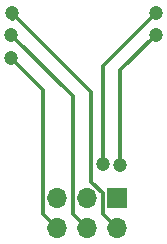
<source format=gbr>
G04 #@! TF.GenerationSoftware,KiCad,Pcbnew,(5.1.4)-1*
G04 #@! TF.CreationDate,2019-11-27T10:22:52+01:00*
G04 #@! TF.ProjectId,Breakout_v6,42726561-6b6f-4757-945f-76362e6b6963,rev?*
G04 #@! TF.SameCoordinates,Original*
G04 #@! TF.FileFunction,Copper,L2,Bot*
G04 #@! TF.FilePolarity,Positive*
%FSLAX46Y46*%
G04 Gerber Fmt 4.6, Leading zero omitted, Abs format (unit mm)*
G04 Created by KiCad (PCBNEW (5.1.4)-1) date 2019-11-27 10:22:52*
%MOMM*%
%LPD*%
G04 APERTURE LIST*
%ADD10O,1.700000X1.700000*%
%ADD11R,1.700000X1.700000*%
%ADD12C,1.200000*%
%ADD13C,0.300000*%
G04 APERTURE END LIST*
D10*
X143510000Y-89966800D03*
X143510000Y-87426800D03*
X146050000Y-89966800D03*
X146050000Y-87426800D03*
X148590000Y-89966800D03*
D11*
X148590000Y-87426800D03*
D12*
X151866600Y-71755000D03*
X147370800Y-84531200D03*
X151866600Y-73609200D03*
X148869400Y-84582000D03*
X139649200Y-73583800D03*
X139623800Y-75565000D03*
X139700000Y-71755000D03*
D13*
X147370800Y-83682672D02*
X147370800Y-84531200D01*
X151866600Y-71755000D02*
X147370800Y-76250800D01*
X147370800Y-76250800D02*
X147370800Y-83682672D01*
X148869400Y-76606400D02*
X151866600Y-73609200D01*
X148869400Y-84582000D02*
X148869400Y-76606400D01*
X139649200Y-73583800D02*
X139734402Y-73583800D01*
X145200001Y-89116801D02*
X146050000Y-89966800D01*
X144849999Y-88766799D02*
X145200001Y-89116801D01*
X139649200Y-73583800D02*
X144849999Y-78784599D01*
X144849999Y-78784599D02*
X144849999Y-88766799D01*
X142660001Y-89116801D02*
X143510000Y-89966800D01*
X142309999Y-88766799D02*
X142660001Y-89116801D01*
X142309999Y-78251199D02*
X142309999Y-78670001D01*
X139623800Y-75565000D02*
X142309999Y-78251199D01*
X142309999Y-78670001D02*
X142309999Y-88766799D01*
X139700000Y-72288400D02*
X139759802Y-72288400D01*
X147740001Y-89116801D02*
X148590000Y-89966800D01*
X147389999Y-88766799D02*
X147740001Y-89116801D01*
X147389999Y-86990797D02*
X147389999Y-88766799D01*
X146420799Y-86021597D02*
X147389999Y-86990797D01*
X139700000Y-71755000D02*
X146420799Y-78475799D01*
X146420799Y-78475799D02*
X146420799Y-86021597D01*
M02*

</source>
